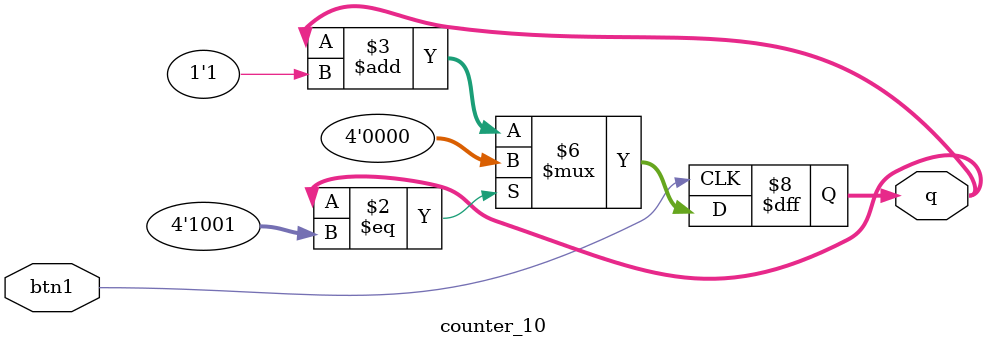
<source format=v>
module counter_10 (
    btn1,q
);
    input   btn1;
    output reg[3:0] q;
    initial begin
        q=4'h0;
    end
   
    always @(posedge btn1) begin
       
            if(q==9) q= (4'h0);
            else
            q=(q+1'b1);  
        
       
    end
    
endmodule
</source>
